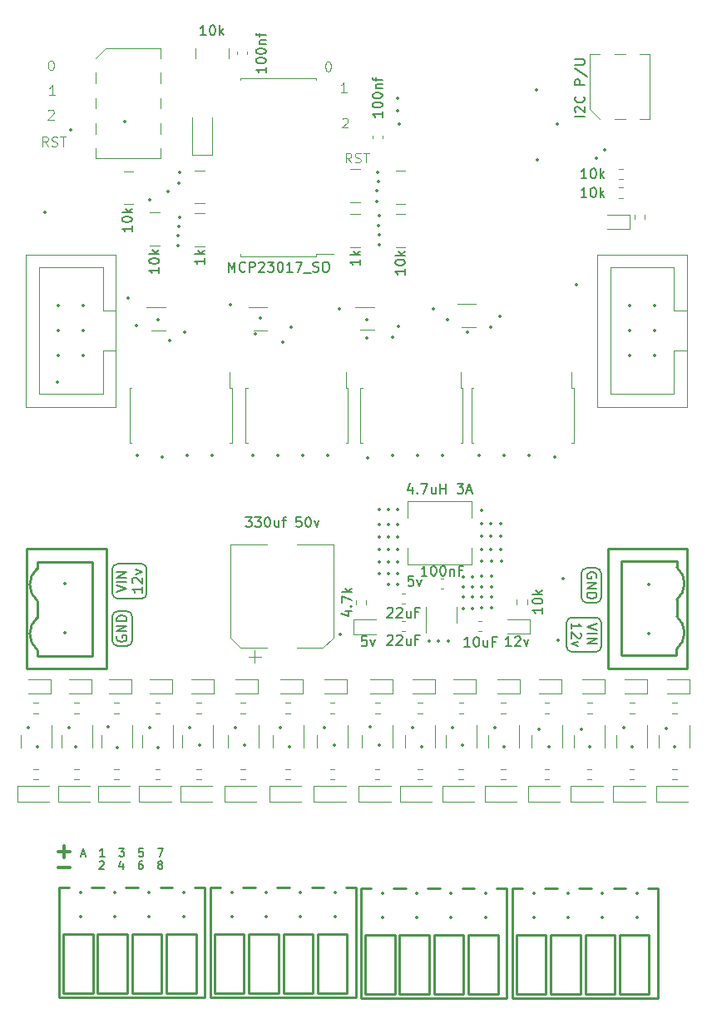
<source format=gbr>
%TF.GenerationSoftware,KiCad,Pcbnew,(6.0.9)*%
%TF.CreationDate,2023-11-09T17:58:51+05:30*%
%TF.ProjectId,Modular-I2C-4PxRJ45-Relay-Driver,4d6f6475-6c61-4722-9d49-32432d345078,2*%
%TF.SameCoordinates,Original*%
%TF.FileFunction,Legend,Top*%
%TF.FilePolarity,Positive*%
%FSLAX46Y46*%
G04 Gerber Fmt 4.6, Leading zero omitted, Abs format (unit mm)*
G04 Created by KiCad (PCBNEW (6.0.9)) date 2023-11-09 17:58:51*
%MOMM*%
%LPD*%
G01*
G04 APERTURE LIST*
%ADD10C,0.150000*%
%ADD11C,0.200000*%
%ADD12C,0.125000*%
%ADD13C,0.300000*%
%ADD14C,0.120000*%
%ADD15C,0.254000*%
%ADD16C,0.100000*%
%ADD17C,0.350000*%
G04 APERTURE END LIST*
D10*
X126244900Y-84379400D02*
G75*
G03*
X126744900Y-83879400I0J500000D01*
G01*
X170992047Y-84489153D02*
G75*
G03*
X171492047Y-84989153I499953J-47D01*
G01*
X128244900Y-76564400D02*
G75*
G03*
X127744900Y-76064400I-500000J0D01*
G01*
X174492047Y-81989153D02*
X174492047Y-84489153D01*
X173992047Y-79989153D02*
X172992047Y-79989153D01*
X127744900Y-79564400D02*
X125244900Y-79564400D01*
X125244900Y-80879400D02*
G75*
G03*
X124744900Y-81379400I0J-500000D01*
G01*
X125244900Y-76064400D02*
X127744900Y-76064400D01*
X126744900Y-81379400D02*
G75*
G03*
X126244900Y-80879400I-500000J0D01*
G01*
X174492047Y-81989153D02*
G75*
G03*
X173992047Y-81489153I-500047J-47D01*
G01*
X173992047Y-79989247D02*
G75*
G03*
X174492047Y-79489153I-47J500047D01*
G01*
X171492047Y-81489247D02*
G75*
G03*
X170992047Y-81989153I-47J-499953D01*
G01*
X172492047Y-79489153D02*
G75*
G03*
X172992047Y-79989153I499953J-47D01*
G01*
X170992047Y-84489153D02*
X170992047Y-81989153D01*
X126744900Y-81379400D02*
X126744900Y-83879400D01*
X172492047Y-79489153D02*
X172492047Y-76989153D01*
X124744900Y-79064400D02*
X124744900Y-76564400D01*
X125244900Y-80879400D02*
X126244900Y-80879400D01*
X173992047Y-84989247D02*
G75*
G03*
X174492047Y-84489153I-47J500047D01*
G01*
X127744900Y-79564400D02*
G75*
G03*
X128244900Y-79064400I0J500000D01*
G01*
X124744900Y-83879400D02*
G75*
G03*
X125244900Y-84379400I500000J0D01*
G01*
X172992047Y-76489247D02*
G75*
G03*
X172492047Y-76989153I-47J-499953D01*
G01*
X173992047Y-76489153D02*
X172992047Y-76489153D01*
X173992047Y-84989153D02*
X171492047Y-84989153D01*
X171492047Y-81489153D02*
X173992047Y-81489153D01*
X174492047Y-79489153D02*
X174492047Y-76989153D01*
X124744900Y-81379400D02*
X124744900Y-83879400D01*
X125244900Y-84379400D02*
X126244900Y-84379400D01*
X124744900Y-79064400D02*
G75*
G03*
X125244900Y-79564400I500000J0D01*
G01*
X128244900Y-76564400D02*
X128244900Y-79064400D01*
X174492047Y-76989153D02*
G75*
G03*
X173992047Y-76489153I-500047J-47D01*
G01*
X125244900Y-76064400D02*
G75*
G03*
X124744900Y-76564400I0J-500000D01*
G01*
D11*
X121577657Y-105559733D02*
X121958609Y-105559733D01*
X121501466Y-105788304D02*
X121768133Y-104988304D01*
X122034800Y-105788304D01*
X123939561Y-105788304D02*
X123482419Y-105788304D01*
X123710990Y-105788304D02*
X123710990Y-104988304D01*
X123634800Y-105102590D01*
X123558609Y-105178780D01*
X123482419Y-105216876D01*
X125425276Y-104988304D02*
X125920514Y-104988304D01*
X125653847Y-105293066D01*
X125768133Y-105293066D01*
X125844323Y-105331161D01*
X125882419Y-105369257D01*
X125920514Y-105445447D01*
X125920514Y-105635923D01*
X125882419Y-105712114D01*
X125844323Y-105750209D01*
X125768133Y-105788304D01*
X125539561Y-105788304D01*
X125463371Y-105750209D01*
X125425276Y-105712114D01*
X127863371Y-104988304D02*
X127482419Y-104988304D01*
X127444323Y-105369257D01*
X127482419Y-105331161D01*
X127558609Y-105293066D01*
X127749085Y-105293066D01*
X127825276Y-105331161D01*
X127863371Y-105369257D01*
X127901466Y-105445447D01*
X127901466Y-105635923D01*
X127863371Y-105712114D01*
X127825276Y-105750209D01*
X127749085Y-105788304D01*
X127558609Y-105788304D01*
X127482419Y-105750209D01*
X127444323Y-105712114D01*
X129387180Y-104988304D02*
X129920514Y-104988304D01*
X129577657Y-105788304D01*
X123444323Y-106352495D02*
X123482419Y-106314400D01*
X123558609Y-106276304D01*
X123749085Y-106276304D01*
X123825276Y-106314400D01*
X123863371Y-106352495D01*
X123901466Y-106428685D01*
X123901466Y-106504876D01*
X123863371Y-106619161D01*
X123406228Y-107076304D01*
X123901466Y-107076304D01*
X125806228Y-106542971D02*
X125806228Y-107076304D01*
X125615752Y-106238209D02*
X125425276Y-106809638D01*
X125920514Y-106809638D01*
X127787180Y-106276304D02*
X127634800Y-106276304D01*
X127558609Y-106314400D01*
X127520514Y-106352495D01*
X127444323Y-106466780D01*
X127406228Y-106619161D01*
X127406228Y-106923923D01*
X127444323Y-107000114D01*
X127482419Y-107038209D01*
X127558609Y-107076304D01*
X127710990Y-107076304D01*
X127787180Y-107038209D01*
X127825276Y-107000114D01*
X127863371Y-106923923D01*
X127863371Y-106733447D01*
X127825276Y-106657257D01*
X127787180Y-106619161D01*
X127710990Y-106581066D01*
X127558609Y-106581066D01*
X127482419Y-106619161D01*
X127444323Y-106657257D01*
X127406228Y-106733447D01*
X129539561Y-106619161D02*
X129463371Y-106581066D01*
X129425276Y-106542971D01*
X129387180Y-106466780D01*
X129387180Y-106428685D01*
X129425276Y-106352495D01*
X129463371Y-106314400D01*
X129539561Y-106276304D01*
X129691942Y-106276304D01*
X129768133Y-106314400D01*
X129806228Y-106352495D01*
X129844323Y-106428685D01*
X129844323Y-106466780D01*
X129806228Y-106542971D01*
X129768133Y-106581066D01*
X129691942Y-106619161D01*
X129539561Y-106619161D01*
X129463371Y-106657257D01*
X129425276Y-106695352D01*
X129387180Y-106771542D01*
X129387180Y-106923923D01*
X129425276Y-107000114D01*
X129463371Y-107038209D01*
X129539561Y-107076304D01*
X129691942Y-107076304D01*
X129768133Y-107038209D01*
X129806228Y-107000114D01*
X129844323Y-106923923D01*
X129844323Y-106771542D01*
X129806228Y-106695352D01*
X129768133Y-106657257D01*
X129691942Y-106619161D01*
D12*
X118197380Y-33599380D02*
X117864047Y-33123190D01*
X117625952Y-33599380D02*
X117625952Y-32599380D01*
X118006904Y-32599380D01*
X118102142Y-32647000D01*
X118149761Y-32694619D01*
X118197380Y-32789857D01*
X118197380Y-32932714D01*
X118149761Y-33027952D01*
X118102142Y-33075571D01*
X118006904Y-33123190D01*
X117625952Y-33123190D01*
X118578333Y-33551761D02*
X118721190Y-33599380D01*
X118959285Y-33599380D01*
X119054523Y-33551761D01*
X119102142Y-33504142D01*
X119149761Y-33408904D01*
X119149761Y-33313666D01*
X119102142Y-33218428D01*
X119054523Y-33170809D01*
X118959285Y-33123190D01*
X118768809Y-33075571D01*
X118673571Y-33027952D01*
X118625952Y-32980333D01*
X118578333Y-32885095D01*
X118578333Y-32789857D01*
X118625952Y-32694619D01*
X118673571Y-32647000D01*
X118768809Y-32599380D01*
X119006904Y-32599380D01*
X119149761Y-32647000D01*
X119435476Y-32599380D02*
X120006904Y-32599380D01*
X119721190Y-33599380D02*
X119721190Y-32599380D01*
X148151885Y-30789619D02*
X148199504Y-30742000D01*
X148294742Y-30694380D01*
X148532838Y-30694380D01*
X148628076Y-30742000D01*
X148675695Y-30789619D01*
X148723314Y-30884857D01*
X148723314Y-30980095D01*
X148675695Y-31122952D01*
X148104266Y-31694380D01*
X148723314Y-31694380D01*
X118903714Y-28355180D02*
X118332285Y-28355180D01*
X118618000Y-28355180D02*
X118618000Y-27355180D01*
X118522761Y-27498038D01*
X118427523Y-27593276D01*
X118332285Y-27640895D01*
D10*
X173992047Y-77477248D02*
X174039666Y-77382010D01*
X174039666Y-77239153D01*
X173992047Y-77096295D01*
X173896808Y-77001057D01*
X173801570Y-76953438D01*
X173611094Y-76905819D01*
X173468237Y-76905819D01*
X173277761Y-76953438D01*
X173182523Y-77001057D01*
X173087285Y-77096295D01*
X173039666Y-77239153D01*
X173039666Y-77334391D01*
X173087285Y-77477248D01*
X173134904Y-77524867D01*
X173468237Y-77524867D01*
X173468237Y-77334391D01*
X173039666Y-77953438D02*
X174039666Y-77953438D01*
X173039666Y-78524867D01*
X174039666Y-78524867D01*
X173039666Y-79001057D02*
X174039666Y-79001057D01*
X174039666Y-79239153D01*
X173992047Y-79382010D01*
X173896808Y-79477248D01*
X173801570Y-79524867D01*
X173611094Y-79572486D01*
X173468237Y-79572486D01*
X173277761Y-79524867D01*
X173182523Y-79477248D01*
X173087285Y-79382010D01*
X173039666Y-79239153D01*
X173039666Y-79001057D01*
X126741180Y-41692438D02*
X126741180Y-42263866D01*
X126741180Y-41978152D02*
X125741180Y-41978152D01*
X125884038Y-42073390D01*
X125979276Y-42168628D01*
X126026895Y-42263866D01*
X125741180Y-41073390D02*
X125741180Y-40978152D01*
X125788800Y-40882914D01*
X125836419Y-40835295D01*
X125931657Y-40787676D01*
X126122133Y-40740057D01*
X126360228Y-40740057D01*
X126550704Y-40787676D01*
X126645942Y-40835295D01*
X126693561Y-40882914D01*
X126741180Y-40978152D01*
X126741180Y-41073390D01*
X126693561Y-41168628D01*
X126645942Y-41216247D01*
X126550704Y-41263866D01*
X126360228Y-41311485D01*
X126122133Y-41311485D01*
X125931657Y-41263866D01*
X125836419Y-41216247D01*
X125788800Y-41168628D01*
X125741180Y-41073390D01*
X126741180Y-40311485D02*
X125741180Y-40311485D01*
X126360228Y-40216247D02*
X126741180Y-39930533D01*
X126074514Y-39930533D02*
X126455466Y-40311485D01*
X172816780Y-30539961D02*
X171816780Y-30539961D01*
X171912019Y-30111390D02*
X171864400Y-30063771D01*
X171816780Y-29968533D01*
X171816780Y-29730438D01*
X171864400Y-29635200D01*
X171912019Y-29587580D01*
X172007257Y-29539961D01*
X172102495Y-29539961D01*
X172245352Y-29587580D01*
X172816780Y-30159009D01*
X172816780Y-29539961D01*
X172721542Y-28539961D02*
X172769161Y-28587580D01*
X172816780Y-28730438D01*
X172816780Y-28825676D01*
X172769161Y-28968533D01*
X172673923Y-29063771D01*
X172578685Y-29111390D01*
X172388209Y-29159009D01*
X172245352Y-29159009D01*
X172054876Y-29111390D01*
X171959638Y-29063771D01*
X171864400Y-28968533D01*
X171816780Y-28825676D01*
X171816780Y-28730438D01*
X171864400Y-28587580D01*
X171912019Y-28539961D01*
X172816780Y-27349485D02*
X171816780Y-27349485D01*
X171816780Y-26968533D01*
X171864400Y-26873295D01*
X171912019Y-26825676D01*
X172007257Y-26778057D01*
X172150114Y-26778057D01*
X172245352Y-26825676D01*
X172292971Y-26873295D01*
X172340590Y-26968533D01*
X172340590Y-27349485D01*
X171769161Y-25635200D02*
X173054876Y-26492342D01*
X171816780Y-25301866D02*
X172626304Y-25301866D01*
X172721542Y-25254247D01*
X172769161Y-25206628D01*
X172816780Y-25111390D01*
X172816780Y-24920914D01*
X172769161Y-24825676D01*
X172721542Y-24778057D01*
X172626304Y-24730438D01*
X171816780Y-24730438D01*
X174094666Y-82143914D02*
X173094666Y-82477248D01*
X174094666Y-82810581D01*
X173094666Y-83143914D02*
X174094666Y-83143914D01*
X173094666Y-83620105D02*
X174094666Y-83620105D01*
X173094666Y-84191533D01*
X174094666Y-84191533D01*
X171484666Y-82667724D02*
X171484666Y-82096295D01*
X171484666Y-82382010D02*
X172484666Y-82382010D01*
X172341808Y-82286772D01*
X172246570Y-82191533D01*
X172198951Y-82096295D01*
X172389427Y-83048676D02*
X172437047Y-83096295D01*
X172484666Y-83191533D01*
X172484666Y-83429629D01*
X172437047Y-83524867D01*
X172389427Y-83572486D01*
X172294189Y-83620105D01*
X172198951Y-83620105D01*
X172056094Y-83572486D01*
X171484666Y-83001057D01*
X171484666Y-83620105D01*
X172151332Y-83953438D02*
X171484666Y-84191533D01*
X172151332Y-84429629D01*
X125142280Y-78909638D02*
X126142280Y-78576304D01*
X125142280Y-78242971D01*
X126142280Y-77909638D02*
X125142280Y-77909638D01*
X126142280Y-77433447D02*
X125142280Y-77433447D01*
X126142280Y-76862019D01*
X125142280Y-76862019D01*
X127752280Y-78385828D02*
X127752280Y-78957257D01*
X127752280Y-78671542D02*
X126752280Y-78671542D01*
X126895138Y-78766780D01*
X126990376Y-78862019D01*
X127037995Y-78957257D01*
X126847519Y-78004876D02*
X126799900Y-77957257D01*
X126752280Y-77862019D01*
X126752280Y-77623923D01*
X126799900Y-77528685D01*
X126847519Y-77481066D01*
X126942757Y-77433447D01*
X127037995Y-77433447D01*
X127180852Y-77481066D01*
X127752280Y-78052495D01*
X127752280Y-77433447D01*
X127085614Y-77100114D02*
X127752280Y-76862019D01*
X127085614Y-76623923D01*
D12*
X146660730Y-24955180D02*
X146755969Y-24955180D01*
X146851207Y-25002800D01*
X146898826Y-25050419D01*
X146946445Y-25145657D01*
X146994064Y-25336133D01*
X146994064Y-25574228D01*
X146946445Y-25764704D01*
X146898826Y-25859942D01*
X146851207Y-25907561D01*
X146755969Y-25955180D01*
X146660730Y-25955180D01*
X146565492Y-25907561D01*
X146517873Y-25859942D01*
X146470254Y-25764704D01*
X146422635Y-25574228D01*
X146422635Y-25336133D01*
X146470254Y-25145657D01*
X146517873Y-25050419D01*
X146565492Y-25002800D01*
X146660730Y-24955180D01*
X118205285Y-29950419D02*
X118252904Y-29902800D01*
X118348142Y-29855180D01*
X118586238Y-29855180D01*
X118681476Y-29902800D01*
X118729095Y-29950419D01*
X118776714Y-30045657D01*
X118776714Y-30140895D01*
X118729095Y-30283752D01*
X118157666Y-30855180D01*
X118776714Y-30855180D01*
X148570914Y-28087580D02*
X147999485Y-28087580D01*
X148285200Y-28087580D02*
X148285200Y-27087580D01*
X148189961Y-27230438D01*
X148094723Y-27325676D01*
X147999485Y-27373295D01*
D10*
X125244900Y-83391304D02*
X125197280Y-83486542D01*
X125197280Y-83629400D01*
X125244900Y-83772257D01*
X125340138Y-83867495D01*
X125435376Y-83915114D01*
X125625852Y-83962733D01*
X125768709Y-83962733D01*
X125959185Y-83915114D01*
X126054423Y-83867495D01*
X126149661Y-83772257D01*
X126197280Y-83629400D01*
X126197280Y-83534161D01*
X126149661Y-83391304D01*
X126102042Y-83343685D01*
X125768709Y-83343685D01*
X125768709Y-83534161D01*
X126197280Y-82915114D02*
X125197280Y-82915114D01*
X126197280Y-82343685D01*
X125197280Y-82343685D01*
X126197280Y-81867495D02*
X125197280Y-81867495D01*
X125197280Y-81629400D01*
X125244900Y-81486542D01*
X125340138Y-81391304D01*
X125435376Y-81343685D01*
X125625852Y-81296066D01*
X125768709Y-81296066D01*
X125959185Y-81343685D01*
X126054423Y-81391304D01*
X126149661Y-81486542D01*
X126197280Y-81629400D01*
X126197280Y-81867495D01*
D12*
X149058380Y-35250380D02*
X148725047Y-34774190D01*
X148486952Y-35250380D02*
X148486952Y-34250380D01*
X148867904Y-34250380D01*
X148963142Y-34298000D01*
X149010761Y-34345619D01*
X149058380Y-34440857D01*
X149058380Y-34583714D01*
X149010761Y-34678952D01*
X148963142Y-34726571D01*
X148867904Y-34774190D01*
X148486952Y-34774190D01*
X149439333Y-35202761D02*
X149582190Y-35250380D01*
X149820285Y-35250380D01*
X149915523Y-35202761D01*
X149963142Y-35155142D01*
X150010761Y-35059904D01*
X150010761Y-34964666D01*
X149963142Y-34869428D01*
X149915523Y-34821809D01*
X149820285Y-34774190D01*
X149629809Y-34726571D01*
X149534571Y-34678952D01*
X149486952Y-34631333D01*
X149439333Y-34536095D01*
X149439333Y-34440857D01*
X149486952Y-34345619D01*
X149534571Y-34298000D01*
X149629809Y-34250380D01*
X149867904Y-34250380D01*
X150010761Y-34298000D01*
X150296476Y-34250380D02*
X150867904Y-34250380D01*
X150582190Y-35250380D02*
X150582190Y-34250380D01*
D13*
X119265771Y-105313942D02*
X120408628Y-105313942D01*
X119837200Y-105885371D02*
X119837200Y-104742514D01*
X119265771Y-106888742D02*
X120408628Y-106888742D01*
D12*
X118443380Y-24855180D02*
X118538619Y-24855180D01*
X118633857Y-24902800D01*
X118681476Y-24950419D01*
X118729095Y-25045657D01*
X118776714Y-25236133D01*
X118776714Y-25474228D01*
X118729095Y-25664704D01*
X118681476Y-25759942D01*
X118633857Y-25807561D01*
X118538619Y-25855180D01*
X118443380Y-25855180D01*
X118348142Y-25807561D01*
X118300523Y-25759942D01*
X118252904Y-25664704D01*
X118205285Y-25474228D01*
X118205285Y-25236133D01*
X118252904Y-25045657D01*
X118300523Y-24950419D01*
X118348142Y-24902800D01*
X118443380Y-24855180D01*
D10*
%TO.C,D3*%
X165341371Y-84424780D02*
X164769942Y-84424780D01*
X165055657Y-84424780D02*
X165055657Y-83424780D01*
X164960419Y-83567638D01*
X164865180Y-83662876D01*
X164769942Y-83710495D01*
X165722323Y-83520019D02*
X165769942Y-83472400D01*
X165865180Y-83424780D01*
X166103276Y-83424780D01*
X166198514Y-83472400D01*
X166246133Y-83520019D01*
X166293752Y-83615257D01*
X166293752Y-83710495D01*
X166246133Y-83853352D01*
X165674704Y-84424780D01*
X166293752Y-84424780D01*
X166627085Y-83758114D02*
X166865180Y-84424780D01*
X167103276Y-83758114D01*
%TO.C,RN9*%
X129484380Y-45908838D02*
X129484380Y-46480266D01*
X129484380Y-46194552D02*
X128484380Y-46194552D01*
X128627238Y-46289790D01*
X128722476Y-46385028D01*
X128770095Y-46480266D01*
X128484380Y-45289790D02*
X128484380Y-45194552D01*
X128532000Y-45099314D01*
X128579619Y-45051695D01*
X128674857Y-45004076D01*
X128865333Y-44956457D01*
X129103428Y-44956457D01*
X129293904Y-45004076D01*
X129389142Y-45051695D01*
X129436761Y-45099314D01*
X129484380Y-45194552D01*
X129484380Y-45289790D01*
X129436761Y-45385028D01*
X129389142Y-45432647D01*
X129293904Y-45480266D01*
X129103428Y-45527885D01*
X128865333Y-45527885D01*
X128674857Y-45480266D01*
X128579619Y-45432647D01*
X128532000Y-45385028D01*
X128484380Y-45289790D01*
X129484380Y-44527885D02*
X128484380Y-44527885D01*
X129103428Y-44432647D02*
X129484380Y-44146933D01*
X128817714Y-44146933D02*
X129198666Y-44527885D01*
%TO.C,R5*%
X168522180Y-80503638D02*
X168522180Y-81075066D01*
X168522180Y-80789352D02*
X167522180Y-80789352D01*
X167665038Y-80884590D01*
X167760276Y-80979828D01*
X167807895Y-81075066D01*
X167522180Y-79884590D02*
X167522180Y-79789352D01*
X167569800Y-79694114D01*
X167617419Y-79646495D01*
X167712657Y-79598876D01*
X167903133Y-79551257D01*
X168141228Y-79551257D01*
X168331704Y-79598876D01*
X168426942Y-79646495D01*
X168474561Y-79694114D01*
X168522180Y-79789352D01*
X168522180Y-79884590D01*
X168474561Y-79979828D01*
X168426942Y-80027447D01*
X168331704Y-80075066D01*
X168141228Y-80122685D01*
X167903133Y-80122685D01*
X167712657Y-80075066D01*
X167617419Y-80027447D01*
X167569800Y-79979828D01*
X167522180Y-79884590D01*
X168522180Y-79122685D02*
X167522180Y-79122685D01*
X168141228Y-79027447D02*
X168522180Y-78741733D01*
X167855514Y-78741733D02*
X168236466Y-79122685D01*
%TO.C,D2*%
X150631542Y-83424780D02*
X150155352Y-83424780D01*
X150107733Y-83900971D01*
X150155352Y-83853352D01*
X150250590Y-83805733D01*
X150488685Y-83805733D01*
X150583923Y-83853352D01*
X150631542Y-83900971D01*
X150679161Y-83996209D01*
X150679161Y-84234304D01*
X150631542Y-84329542D01*
X150583923Y-84377161D01*
X150488685Y-84424780D01*
X150250590Y-84424780D01*
X150155352Y-84377161D01*
X150107733Y-84329542D01*
X151012495Y-83758114D02*
X151250590Y-84424780D01*
X151488685Y-83758114D01*
%TO.C,C1*%
X140374380Y-25527561D02*
X140374380Y-26098990D01*
X140374380Y-25813276D02*
X139374380Y-25813276D01*
X139517238Y-25908514D01*
X139612476Y-26003752D01*
X139660095Y-26098990D01*
X139374380Y-24908514D02*
X139374380Y-24813276D01*
X139422000Y-24718038D01*
X139469619Y-24670419D01*
X139564857Y-24622800D01*
X139755333Y-24575180D01*
X139993428Y-24575180D01*
X140183904Y-24622800D01*
X140279142Y-24670419D01*
X140326761Y-24718038D01*
X140374380Y-24813276D01*
X140374380Y-24908514D01*
X140326761Y-25003752D01*
X140279142Y-25051371D01*
X140183904Y-25098990D01*
X139993428Y-25146609D01*
X139755333Y-25146609D01*
X139564857Y-25098990D01*
X139469619Y-25051371D01*
X139422000Y-25003752D01*
X139374380Y-24908514D01*
X139374380Y-23956133D02*
X139374380Y-23860895D01*
X139422000Y-23765657D01*
X139469619Y-23718038D01*
X139564857Y-23670419D01*
X139755333Y-23622800D01*
X139993428Y-23622800D01*
X140183904Y-23670419D01*
X140279142Y-23718038D01*
X140326761Y-23765657D01*
X140374380Y-23860895D01*
X140374380Y-23956133D01*
X140326761Y-24051371D01*
X140279142Y-24098990D01*
X140183904Y-24146609D01*
X139993428Y-24194228D01*
X139755333Y-24194228D01*
X139564857Y-24146609D01*
X139469619Y-24098990D01*
X139422000Y-24051371D01*
X139374380Y-23956133D01*
X139707714Y-23194228D02*
X140374380Y-23194228D01*
X139802952Y-23194228D02*
X139755333Y-23146609D01*
X139707714Y-23051371D01*
X139707714Y-22908514D01*
X139755333Y-22813276D01*
X139850571Y-22765657D01*
X140374380Y-22765657D01*
X139707714Y-22432323D02*
X139707714Y-22051371D01*
X140374380Y-22289466D02*
X139517238Y-22289466D01*
X139422000Y-22241847D01*
X139374380Y-22146609D01*
X139374380Y-22051371D01*
%TO.C,RN1*%
X134278761Y-22282380D02*
X133707333Y-22282380D01*
X133993047Y-22282380D02*
X133993047Y-21282380D01*
X133897809Y-21425238D01*
X133802571Y-21520476D01*
X133707333Y-21568095D01*
X134897809Y-21282380D02*
X134993047Y-21282380D01*
X135088285Y-21330000D01*
X135135904Y-21377619D01*
X135183523Y-21472857D01*
X135231142Y-21663333D01*
X135231142Y-21901428D01*
X135183523Y-22091904D01*
X135135904Y-22187142D01*
X135088285Y-22234761D01*
X134993047Y-22282380D01*
X134897809Y-22282380D01*
X134802571Y-22234761D01*
X134754952Y-22187142D01*
X134707333Y-22091904D01*
X134659714Y-21901428D01*
X134659714Y-21663333D01*
X134707333Y-21472857D01*
X134754952Y-21377619D01*
X134802571Y-21330000D01*
X134897809Y-21282380D01*
X135659714Y-22282380D02*
X135659714Y-21282380D01*
X135754952Y-21901428D02*
X136040666Y-22282380D01*
X136040666Y-21615714D02*
X135659714Y-21996666D01*
%TO.C,C9*%
X161132971Y-84475580D02*
X160561542Y-84475580D01*
X160847257Y-84475580D02*
X160847257Y-83475580D01*
X160752019Y-83618438D01*
X160656780Y-83713676D01*
X160561542Y-83761295D01*
X161752019Y-83475580D02*
X161847257Y-83475580D01*
X161942495Y-83523200D01*
X161990114Y-83570819D01*
X162037733Y-83666057D01*
X162085352Y-83856533D01*
X162085352Y-84094628D01*
X162037733Y-84285104D01*
X161990114Y-84380342D01*
X161942495Y-84427961D01*
X161847257Y-84475580D01*
X161752019Y-84475580D01*
X161656780Y-84427961D01*
X161609161Y-84380342D01*
X161561542Y-84285104D01*
X161513923Y-84094628D01*
X161513923Y-83856533D01*
X161561542Y-83666057D01*
X161609161Y-83570819D01*
X161656780Y-83523200D01*
X161752019Y-83475580D01*
X162942495Y-83808914D02*
X162942495Y-84475580D01*
X162513923Y-83808914D02*
X162513923Y-84332723D01*
X162561542Y-84427961D01*
X162656780Y-84475580D01*
X162799638Y-84475580D01*
X162894876Y-84427961D01*
X162942495Y-84380342D01*
X163752019Y-83951771D02*
X163418685Y-83951771D01*
X163418685Y-84475580D02*
X163418685Y-83475580D01*
X163894876Y-83475580D01*
%TO.C,R4*%
X173028111Y-36848680D02*
X172456683Y-36848680D01*
X172742397Y-36848680D02*
X172742397Y-35848680D01*
X172647159Y-35991538D01*
X172551921Y-36086776D01*
X172456683Y-36134395D01*
X173647159Y-35848680D02*
X173742397Y-35848680D01*
X173837635Y-35896300D01*
X173885254Y-35943919D01*
X173932873Y-36039157D01*
X173980492Y-36229633D01*
X173980492Y-36467728D01*
X173932873Y-36658204D01*
X173885254Y-36753442D01*
X173837635Y-36801061D01*
X173742397Y-36848680D01*
X173647159Y-36848680D01*
X173551921Y-36801061D01*
X173504302Y-36753442D01*
X173456683Y-36658204D01*
X173409064Y-36467728D01*
X173409064Y-36229633D01*
X173456683Y-36039157D01*
X173504302Y-35943919D01*
X173551921Y-35896300D01*
X173647159Y-35848680D01*
X174409064Y-36848680D02*
X174409064Y-35848680D01*
X174504302Y-36467728D02*
X174790016Y-36848680D01*
X174790016Y-36182014D02*
X174409064Y-36562966D01*
%TO.C,U2*%
X155368342Y-77290380D02*
X154892152Y-77290380D01*
X154844533Y-77766571D01*
X154892152Y-77718952D01*
X154987390Y-77671333D01*
X155225485Y-77671333D01*
X155320723Y-77718952D01*
X155368342Y-77766571D01*
X155415961Y-77861809D01*
X155415961Y-78099904D01*
X155368342Y-78195142D01*
X155320723Y-78242761D01*
X155225485Y-78290380D01*
X154987390Y-78290380D01*
X154892152Y-78242761D01*
X154844533Y-78195142D01*
X155749295Y-77623714D02*
X155987390Y-78290380D01*
X156225485Y-77623714D01*
%TO.C,C7*%
X152738342Y-80593619D02*
X152785961Y-80546000D01*
X152881200Y-80498380D01*
X153119295Y-80498380D01*
X153214533Y-80546000D01*
X153262152Y-80593619D01*
X153309771Y-80688857D01*
X153309771Y-80784095D01*
X153262152Y-80926952D01*
X152690723Y-81498380D01*
X153309771Y-81498380D01*
X153690723Y-80593619D02*
X153738342Y-80546000D01*
X153833580Y-80498380D01*
X154071676Y-80498380D01*
X154166914Y-80546000D01*
X154214533Y-80593619D01*
X154262152Y-80688857D01*
X154262152Y-80784095D01*
X154214533Y-80926952D01*
X153643104Y-81498380D01*
X154262152Y-81498380D01*
X155119295Y-80831714D02*
X155119295Y-81498380D01*
X154690723Y-80831714D02*
X154690723Y-81355523D01*
X154738342Y-81450761D01*
X154833580Y-81498380D01*
X154976438Y-81498380D01*
X155071676Y-81450761D01*
X155119295Y-81403142D01*
X155928819Y-80974571D02*
X155595485Y-80974571D01*
X155595485Y-81498380D02*
X155595485Y-80498380D01*
X156071676Y-80498380D01*
%TO.C,C8*%
X152725342Y-83387619D02*
X152772961Y-83340000D01*
X152868200Y-83292380D01*
X153106295Y-83292380D01*
X153201533Y-83340000D01*
X153249152Y-83387619D01*
X153296771Y-83482857D01*
X153296771Y-83578095D01*
X153249152Y-83720952D01*
X152677723Y-84292380D01*
X153296771Y-84292380D01*
X153677723Y-83387619D02*
X153725342Y-83340000D01*
X153820580Y-83292380D01*
X154058676Y-83292380D01*
X154153914Y-83340000D01*
X154201533Y-83387619D01*
X154249152Y-83482857D01*
X154249152Y-83578095D01*
X154201533Y-83720952D01*
X153630104Y-84292380D01*
X154249152Y-84292380D01*
X155106295Y-83625714D02*
X155106295Y-84292380D01*
X154677723Y-83625714D02*
X154677723Y-84149523D01*
X154725342Y-84244761D01*
X154820580Y-84292380D01*
X154963438Y-84292380D01*
X155058676Y-84244761D01*
X155106295Y-84197142D01*
X155915819Y-83768571D02*
X155582485Y-83768571D01*
X155582485Y-84292380D02*
X155582485Y-83292380D01*
X156058676Y-83292380D01*
%TO.C,L1*%
X155265485Y-68220714D02*
X155265485Y-68887380D01*
X155027390Y-67839761D02*
X154789295Y-68554047D01*
X155408342Y-68554047D01*
X155789295Y-68792142D02*
X155836914Y-68839761D01*
X155789295Y-68887380D01*
X155741676Y-68839761D01*
X155789295Y-68792142D01*
X155789295Y-68887380D01*
X156170247Y-67887380D02*
X156836914Y-67887380D01*
X156408342Y-68887380D01*
X157646438Y-68220714D02*
X157646438Y-68887380D01*
X157217866Y-68220714D02*
X157217866Y-68744523D01*
X157265485Y-68839761D01*
X157360723Y-68887380D01*
X157503580Y-68887380D01*
X157598819Y-68839761D01*
X157646438Y-68792142D01*
X158122628Y-68887380D02*
X158122628Y-67887380D01*
X158122628Y-68363571D02*
X158694057Y-68363571D01*
X158694057Y-68887380D02*
X158694057Y-67887380D01*
X159836914Y-67887380D02*
X160455961Y-67887380D01*
X160122628Y-68268333D01*
X160265485Y-68268333D01*
X160360723Y-68315952D01*
X160408342Y-68363571D01*
X160455961Y-68458809D01*
X160455961Y-68696904D01*
X160408342Y-68792142D01*
X160360723Y-68839761D01*
X160265485Y-68887380D01*
X159979771Y-68887380D01*
X159884533Y-68839761D01*
X159836914Y-68792142D01*
X160836914Y-68601666D02*
X161313104Y-68601666D01*
X160741676Y-68887380D02*
X161075009Y-67887380D01*
X161408342Y-68887380D01*
%TO.C,C5*%
X138297904Y-71301980D02*
X138916952Y-71301980D01*
X138583619Y-71682933D01*
X138726476Y-71682933D01*
X138821714Y-71730552D01*
X138869333Y-71778171D01*
X138916952Y-71873409D01*
X138916952Y-72111504D01*
X138869333Y-72206742D01*
X138821714Y-72254361D01*
X138726476Y-72301980D01*
X138440761Y-72301980D01*
X138345523Y-72254361D01*
X138297904Y-72206742D01*
X139250285Y-71301980D02*
X139869333Y-71301980D01*
X139536000Y-71682933D01*
X139678857Y-71682933D01*
X139774095Y-71730552D01*
X139821714Y-71778171D01*
X139869333Y-71873409D01*
X139869333Y-72111504D01*
X139821714Y-72206742D01*
X139774095Y-72254361D01*
X139678857Y-72301980D01*
X139393142Y-72301980D01*
X139297904Y-72254361D01*
X139250285Y-72206742D01*
X140488380Y-71301980D02*
X140583619Y-71301980D01*
X140678857Y-71349600D01*
X140726476Y-71397219D01*
X140774095Y-71492457D01*
X140821714Y-71682933D01*
X140821714Y-71921028D01*
X140774095Y-72111504D01*
X140726476Y-72206742D01*
X140678857Y-72254361D01*
X140583619Y-72301980D01*
X140488380Y-72301980D01*
X140393142Y-72254361D01*
X140345523Y-72206742D01*
X140297904Y-72111504D01*
X140250285Y-71921028D01*
X140250285Y-71682933D01*
X140297904Y-71492457D01*
X140345523Y-71397219D01*
X140393142Y-71349600D01*
X140488380Y-71301980D01*
X141678857Y-71635314D02*
X141678857Y-72301980D01*
X141250285Y-71635314D02*
X141250285Y-72159123D01*
X141297904Y-72254361D01*
X141393142Y-72301980D01*
X141536000Y-72301980D01*
X141631238Y-72254361D01*
X141678857Y-72206742D01*
X142012190Y-71635314D02*
X142393142Y-71635314D01*
X142155047Y-72301980D02*
X142155047Y-71444838D01*
X142202666Y-71349600D01*
X142297904Y-71301980D01*
X142393142Y-71301980D01*
X143964571Y-71301980D02*
X143488380Y-71301980D01*
X143440761Y-71778171D01*
X143488380Y-71730552D01*
X143583619Y-71682933D01*
X143821714Y-71682933D01*
X143916952Y-71730552D01*
X143964571Y-71778171D01*
X144012190Y-71873409D01*
X144012190Y-72111504D01*
X143964571Y-72206742D01*
X143916952Y-72254361D01*
X143821714Y-72301980D01*
X143583619Y-72301980D01*
X143488380Y-72254361D01*
X143440761Y-72206742D01*
X144631238Y-71301980D02*
X144726476Y-71301980D01*
X144821714Y-71349600D01*
X144869333Y-71397219D01*
X144916952Y-71492457D01*
X144964571Y-71682933D01*
X144964571Y-71921028D01*
X144916952Y-72111504D01*
X144869333Y-72206742D01*
X144821714Y-72254361D01*
X144726476Y-72301980D01*
X144631238Y-72301980D01*
X144536000Y-72254361D01*
X144488380Y-72206742D01*
X144440761Y-72111504D01*
X144393142Y-71921028D01*
X144393142Y-71682933D01*
X144440761Y-71492457D01*
X144488380Y-71397219D01*
X144536000Y-71349600D01*
X144631238Y-71301980D01*
X145297904Y-71635314D02*
X145536000Y-72301980D01*
X145774095Y-71635314D01*
%TO.C,R3*%
X173028111Y-38753680D02*
X172456683Y-38753680D01*
X172742397Y-38753680D02*
X172742397Y-37753680D01*
X172647159Y-37896538D01*
X172551921Y-37991776D01*
X172456683Y-38039395D01*
X173647159Y-37753680D02*
X173742397Y-37753680D01*
X173837635Y-37801300D01*
X173885254Y-37848919D01*
X173932873Y-37944157D01*
X173980492Y-38134633D01*
X173980492Y-38372728D01*
X173932873Y-38563204D01*
X173885254Y-38658442D01*
X173837635Y-38706061D01*
X173742397Y-38753680D01*
X173647159Y-38753680D01*
X173551921Y-38706061D01*
X173504302Y-38658442D01*
X173456683Y-38563204D01*
X173409064Y-38372728D01*
X173409064Y-38134633D01*
X173456683Y-37944157D01*
X173504302Y-37848919D01*
X173551921Y-37801300D01*
X173647159Y-37753680D01*
X174409064Y-38753680D02*
X174409064Y-37753680D01*
X174504302Y-38372728D02*
X174790016Y-38753680D01*
X174790016Y-38087014D02*
X174409064Y-38467966D01*
%TO.C,U1*%
X136554761Y-46353380D02*
X136554761Y-45353380D01*
X136888095Y-46067666D01*
X137221428Y-45353380D01*
X137221428Y-46353380D01*
X138269047Y-46258142D02*
X138221428Y-46305761D01*
X138078571Y-46353380D01*
X137983333Y-46353380D01*
X137840476Y-46305761D01*
X137745238Y-46210523D01*
X137697619Y-46115285D01*
X137650000Y-45924809D01*
X137650000Y-45781952D01*
X137697619Y-45591476D01*
X137745238Y-45496238D01*
X137840476Y-45401000D01*
X137983333Y-45353380D01*
X138078571Y-45353380D01*
X138221428Y-45401000D01*
X138269047Y-45448619D01*
X138697619Y-46353380D02*
X138697619Y-45353380D01*
X139078571Y-45353380D01*
X139173809Y-45401000D01*
X139221428Y-45448619D01*
X139269047Y-45543857D01*
X139269047Y-45686714D01*
X139221428Y-45781952D01*
X139173809Y-45829571D01*
X139078571Y-45877190D01*
X138697619Y-45877190D01*
X139650000Y-45448619D02*
X139697619Y-45401000D01*
X139792857Y-45353380D01*
X140030952Y-45353380D01*
X140126190Y-45401000D01*
X140173809Y-45448619D01*
X140221428Y-45543857D01*
X140221428Y-45639095D01*
X140173809Y-45781952D01*
X139602380Y-46353380D01*
X140221428Y-46353380D01*
X140554761Y-45353380D02*
X141173809Y-45353380D01*
X140840476Y-45734333D01*
X140983333Y-45734333D01*
X141078571Y-45781952D01*
X141126190Y-45829571D01*
X141173809Y-45924809D01*
X141173809Y-46162904D01*
X141126190Y-46258142D01*
X141078571Y-46305761D01*
X140983333Y-46353380D01*
X140697619Y-46353380D01*
X140602380Y-46305761D01*
X140554761Y-46258142D01*
X141792857Y-45353380D02*
X141888095Y-45353380D01*
X141983333Y-45401000D01*
X142030952Y-45448619D01*
X142078571Y-45543857D01*
X142126190Y-45734333D01*
X142126190Y-45972428D01*
X142078571Y-46162904D01*
X142030952Y-46258142D01*
X141983333Y-46305761D01*
X141888095Y-46353380D01*
X141792857Y-46353380D01*
X141697619Y-46305761D01*
X141650000Y-46258142D01*
X141602380Y-46162904D01*
X141554761Y-45972428D01*
X141554761Y-45734333D01*
X141602380Y-45543857D01*
X141650000Y-45448619D01*
X141697619Y-45401000D01*
X141792857Y-45353380D01*
X143078571Y-46353380D02*
X142507142Y-46353380D01*
X142792857Y-46353380D02*
X142792857Y-45353380D01*
X142697619Y-45496238D01*
X142602380Y-45591476D01*
X142507142Y-45639095D01*
X143411904Y-45353380D02*
X144078571Y-45353380D01*
X143650000Y-46353380D01*
X144221428Y-46448619D02*
X144983333Y-46448619D01*
X145173809Y-46305761D02*
X145316666Y-46353380D01*
X145554761Y-46353380D01*
X145650000Y-46305761D01*
X145697619Y-46258142D01*
X145745238Y-46162904D01*
X145745238Y-46067666D01*
X145697619Y-45972428D01*
X145650000Y-45924809D01*
X145554761Y-45877190D01*
X145364285Y-45829571D01*
X145269047Y-45781952D01*
X145221428Y-45734333D01*
X145173809Y-45639095D01*
X145173809Y-45543857D01*
X145221428Y-45448619D01*
X145269047Y-45401000D01*
X145364285Y-45353380D01*
X145602380Y-45353380D01*
X145745238Y-45401000D01*
X146364285Y-45353380D02*
X146554761Y-45353380D01*
X146650000Y-45401000D01*
X146745238Y-45496238D01*
X146792857Y-45686714D01*
X146792857Y-46020047D01*
X146745238Y-46210523D01*
X146650000Y-46305761D01*
X146554761Y-46353380D01*
X146364285Y-46353380D01*
X146269047Y-46305761D01*
X146173809Y-46210523D01*
X146126190Y-46020047D01*
X146126190Y-45686714D01*
X146173809Y-45496238D01*
X146269047Y-45401000D01*
X146364285Y-45353380D01*
%TO.C,RN3*%
X154528780Y-46059238D02*
X154528780Y-46630666D01*
X154528780Y-46344952D02*
X153528780Y-46344952D01*
X153671638Y-46440190D01*
X153766876Y-46535428D01*
X153814495Y-46630666D01*
X153528780Y-45440190D02*
X153528780Y-45344952D01*
X153576400Y-45249714D01*
X153624019Y-45202095D01*
X153719257Y-45154476D01*
X153909733Y-45106857D01*
X154147828Y-45106857D01*
X154338304Y-45154476D01*
X154433542Y-45202095D01*
X154481161Y-45249714D01*
X154528780Y-45344952D01*
X154528780Y-45440190D01*
X154481161Y-45535428D01*
X154433542Y-45583047D01*
X154338304Y-45630666D01*
X154147828Y-45678285D01*
X153909733Y-45678285D01*
X153719257Y-45630666D01*
X153624019Y-45583047D01*
X153576400Y-45535428D01*
X153528780Y-45440190D01*
X154528780Y-44678285D02*
X153528780Y-44678285D01*
X154147828Y-44583047D02*
X154528780Y-44297333D01*
X153862114Y-44297333D02*
X154243066Y-44678285D01*
%TO.C,RN11*%
X149931380Y-45083035D02*
X149931380Y-45654464D01*
X149931380Y-45368749D02*
X148931380Y-45368749D01*
X149074238Y-45463988D01*
X149169476Y-45559226D01*
X149217095Y-45654464D01*
X149931380Y-44654464D02*
X148931380Y-44654464D01*
X149550428Y-44559226D02*
X149931380Y-44273511D01*
X149264714Y-44273511D02*
X149645666Y-44654464D01*
%TO.C,RN12*%
X134107180Y-44981447D02*
X134107180Y-45552876D01*
X134107180Y-45267161D02*
X133107180Y-45267161D01*
X133250038Y-45362400D01*
X133345276Y-45457638D01*
X133392895Y-45552876D01*
X134107180Y-44552876D02*
X133107180Y-44552876D01*
X133726228Y-44457638D02*
X134107180Y-44171923D01*
X133440514Y-44171923D02*
X133821466Y-44552876D01*
%TO.C,C6*%
X156770580Y-77261980D02*
X156199152Y-77261980D01*
X156484866Y-77261980D02*
X156484866Y-76261980D01*
X156389628Y-76404838D01*
X156294390Y-76500076D01*
X156199152Y-76547695D01*
X157389628Y-76261980D02*
X157484866Y-76261980D01*
X157580104Y-76309600D01*
X157627723Y-76357219D01*
X157675342Y-76452457D01*
X157722961Y-76642933D01*
X157722961Y-76881028D01*
X157675342Y-77071504D01*
X157627723Y-77166742D01*
X157580104Y-77214361D01*
X157484866Y-77261980D01*
X157389628Y-77261980D01*
X157294390Y-77214361D01*
X157246771Y-77166742D01*
X157199152Y-77071504D01*
X157151533Y-76881028D01*
X157151533Y-76642933D01*
X157199152Y-76452457D01*
X157246771Y-76357219D01*
X157294390Y-76309600D01*
X157389628Y-76261980D01*
X158342009Y-76261980D02*
X158437247Y-76261980D01*
X158532485Y-76309600D01*
X158580104Y-76357219D01*
X158627723Y-76452457D01*
X158675342Y-76642933D01*
X158675342Y-76881028D01*
X158627723Y-77071504D01*
X158580104Y-77166742D01*
X158532485Y-77214361D01*
X158437247Y-77261980D01*
X158342009Y-77261980D01*
X158246771Y-77214361D01*
X158199152Y-77166742D01*
X158151533Y-77071504D01*
X158103914Y-76881028D01*
X158103914Y-76642933D01*
X158151533Y-76452457D01*
X158199152Y-76357219D01*
X158246771Y-76309600D01*
X158342009Y-76261980D01*
X159103914Y-76595314D02*
X159103914Y-77261980D01*
X159103914Y-76690552D02*
X159151533Y-76642933D01*
X159246771Y-76595314D01*
X159389628Y-76595314D01*
X159484866Y-76642933D01*
X159532485Y-76738171D01*
X159532485Y-77261980D01*
X160342009Y-76738171D02*
X160008676Y-76738171D01*
X160008676Y-77261980D02*
X160008676Y-76261980D01*
X160484866Y-76261980D01*
%TO.C,C3*%
X152217380Y-30043761D02*
X152217380Y-30615190D01*
X152217380Y-30329476D02*
X151217380Y-30329476D01*
X151360238Y-30424714D01*
X151455476Y-30519952D01*
X151503095Y-30615190D01*
X151217380Y-29424714D02*
X151217380Y-29329476D01*
X151265000Y-29234238D01*
X151312619Y-29186619D01*
X151407857Y-29139000D01*
X151598333Y-29091380D01*
X151836428Y-29091380D01*
X152026904Y-29139000D01*
X152122142Y-29186619D01*
X152169761Y-29234238D01*
X152217380Y-29329476D01*
X152217380Y-29424714D01*
X152169761Y-29519952D01*
X152122142Y-29567571D01*
X152026904Y-29615190D01*
X151836428Y-29662809D01*
X151598333Y-29662809D01*
X151407857Y-29615190D01*
X151312619Y-29567571D01*
X151265000Y-29519952D01*
X151217380Y-29424714D01*
X151217380Y-28472333D02*
X151217380Y-28377095D01*
X151265000Y-28281857D01*
X151312619Y-28234238D01*
X151407857Y-28186619D01*
X151598333Y-28139000D01*
X151836428Y-28139000D01*
X152026904Y-28186619D01*
X152122142Y-28234238D01*
X152169761Y-28281857D01*
X152217380Y-28377095D01*
X152217380Y-28472333D01*
X152169761Y-28567571D01*
X152122142Y-28615190D01*
X152026904Y-28662809D01*
X151836428Y-28710428D01*
X151598333Y-28710428D01*
X151407857Y-28662809D01*
X151312619Y-28615190D01*
X151265000Y-28567571D01*
X151217380Y-28472333D01*
X151550714Y-27710428D02*
X152217380Y-27710428D01*
X151645952Y-27710428D02*
X151598333Y-27662809D01*
X151550714Y-27567571D01*
X151550714Y-27424714D01*
X151598333Y-27329476D01*
X151693571Y-27281857D01*
X152217380Y-27281857D01*
X151550714Y-26948523D02*
X151550714Y-26567571D01*
X152217380Y-26805666D02*
X151360238Y-26805666D01*
X151265000Y-26758047D01*
X151217380Y-26662809D01*
X151217380Y-26567571D01*
%TO.C,R1*%
X148418914Y-80887771D02*
X149085580Y-80887771D01*
X148037961Y-81125866D02*
X148752247Y-81363961D01*
X148752247Y-80744914D01*
X148990342Y-80363961D02*
X149037961Y-80316342D01*
X149085580Y-80363961D01*
X149037961Y-80411580D01*
X148990342Y-80363961D01*
X149085580Y-80363961D01*
X148085580Y-79983009D02*
X148085580Y-79316342D01*
X149085580Y-79744914D01*
X149085580Y-78935390D02*
X148085580Y-78935390D01*
X148704628Y-78840152D02*
X149085580Y-78554438D01*
X148418914Y-78554438D02*
X148799866Y-78935390D01*
D14*
%TO.C,J1*%
X183223600Y-44574000D02*
X183223600Y-60074000D01*
X181913600Y-45874000D02*
X181913600Y-50274000D01*
X174103600Y-44574000D02*
X183223600Y-44574000D01*
X181913600Y-58774000D02*
X175413600Y-58774000D01*
X181913600Y-50274000D02*
X181913600Y-50274000D01*
X183223600Y-60074000D02*
X174103600Y-60074000D01*
X175413600Y-45874000D02*
X181913600Y-45874000D01*
X181913600Y-54374000D02*
X181913600Y-58774000D01*
X174103600Y-60074000D02*
X174103600Y-44574000D01*
X175413600Y-58774000D02*
X175413600Y-45874000D01*
X181913600Y-50274000D02*
X183223600Y-50274000D01*
X183223600Y-54374000D02*
X181913600Y-54374000D01*
%TO.C,LED56*%
X137249000Y-89254000D02*
X139534000Y-89254000D01*
X139534000Y-89254000D02*
X139534000Y-87784000D01*
X139534000Y-87784000D02*
X137249000Y-87784000D01*
%TO.C,TH59*%
X151480742Y-97990900D02*
X151955258Y-97990900D01*
X151480742Y-96945900D02*
X151955258Y-96945900D01*
D15*
%TO.C,J11*%
X123246000Y-113687300D02*
X126246000Y-113687300D01*
X129746000Y-113687300D02*
X129746000Y-119686300D01*
X126746000Y-119686300D02*
X126746000Y-113687300D01*
X119746000Y-119686300D02*
X119746000Y-113687300D01*
X123871000Y-108937300D02*
X122621000Y-108937300D01*
X120371000Y-108937300D02*
X119346000Y-108937300D01*
X126246000Y-113687300D02*
X126246000Y-119686300D01*
X127371000Y-108937300D02*
X126121000Y-108937300D01*
X126246000Y-119686300D02*
X123246000Y-119686300D01*
X134146000Y-120137300D02*
X119346000Y-120137300D01*
X130246000Y-119686300D02*
X130246000Y-113687300D01*
X134146000Y-120137300D02*
X134146000Y-108937300D01*
X122746000Y-113687300D02*
X122746000Y-119686300D01*
X133246000Y-119686300D02*
X130246000Y-119686300D01*
X129746000Y-119686300D02*
X126746000Y-119686300D01*
X126746000Y-113687300D02*
X129746000Y-113687300D01*
X119746000Y-113687300D02*
X122746000Y-113687300D01*
X130871000Y-108937300D02*
X129621000Y-108937300D01*
X134146000Y-108937300D02*
X133121000Y-108937300D01*
X130246000Y-113687300D02*
X133246000Y-113687300D01*
X123246000Y-119686300D02*
X123246000Y-113687300D01*
X122746000Y-119686300D02*
X119746000Y-119686300D01*
X133246000Y-113687300D02*
X133246000Y-119686300D01*
X119346000Y-120137300D02*
X119346000Y-108937300D01*
D14*
%TO.C,D57*%
X140722150Y-98631000D02*
X143962150Y-98631000D01*
X140722150Y-98631000D02*
X140722150Y-100251000D01*
X140722150Y-100251000D02*
X143962150Y-100251000D01*
D15*
%TO.C,J12*%
X149538400Y-108937300D02*
X148513400Y-108937300D01*
X138138400Y-119686300D02*
X135138400Y-119686300D01*
X149538400Y-120137300D02*
X149538400Y-108937300D01*
X148638400Y-113687300D02*
X148638400Y-119686300D01*
X142138400Y-119686300D02*
X142138400Y-113687300D01*
X145638400Y-119686300D02*
X145638400Y-113687300D01*
X135138400Y-113687300D02*
X138138400Y-113687300D01*
X142763400Y-108937300D02*
X141513400Y-108937300D01*
X141638400Y-113687300D02*
X141638400Y-119686300D01*
X148638400Y-119686300D02*
X145638400Y-119686300D01*
X139263400Y-108937300D02*
X138013400Y-108937300D01*
X145138400Y-119686300D02*
X142138400Y-119686300D01*
X138138400Y-113687300D02*
X138138400Y-119686300D01*
X142138400Y-113687300D02*
X145138400Y-113687300D01*
X149538400Y-120137300D02*
X134738400Y-120137300D01*
X146263400Y-108937300D02*
X145013400Y-108937300D01*
X134738400Y-120137300D02*
X134738400Y-108937300D01*
X135138400Y-119686300D02*
X135138400Y-113687300D01*
X145638400Y-113687300D02*
X148638400Y-113687300D01*
X141638400Y-119686300D02*
X138638400Y-119686300D01*
X145138400Y-113687300D02*
X145138400Y-119686300D01*
X138638400Y-119686300D02*
X138638400Y-113687300D01*
X138638400Y-113687300D02*
X141638400Y-113687300D01*
X135763400Y-108937300D02*
X134738400Y-108937300D01*
D14*
%TO.C,D61*%
X158347000Y-98631000D02*
X161587000Y-98631000D01*
X158347000Y-98631000D02*
X158347000Y-100251000D01*
X158347000Y-100251000D02*
X161587000Y-100251000D01*
%TO.C,U5*%
X160404000Y-58200000D02*
X160199000Y-58200000D01*
X149984000Y-60960000D02*
X149984000Y-58200000D01*
X149984000Y-63720000D02*
X150189000Y-63720000D01*
X160404000Y-60960000D02*
X160404000Y-58200000D01*
X149984000Y-58200000D02*
X150189000Y-58200000D01*
X160404000Y-63720000D02*
X160199000Y-63720000D01*
X160199000Y-58200000D02*
X160199000Y-56510000D01*
X149984000Y-60960000D02*
X149984000Y-63720000D01*
X160404000Y-60960000D02*
X160404000Y-63720000D01*
%TO.C,LED66*%
X181179800Y-89254000D02*
X183464800Y-89254000D01*
X183464800Y-89254000D02*
X183464800Y-87784000D01*
X183464800Y-87784000D02*
X181179800Y-87784000D01*
%TO.C,D8*%
X130113000Y-49963800D02*
X128213000Y-49963800D01*
X128713000Y-52283800D02*
X130113000Y-52283800D01*
%TO.C,U4*%
X138300000Y-63720000D02*
X138505000Y-63720000D01*
X148515000Y-58200000D02*
X148515000Y-56510000D01*
X148720000Y-60960000D02*
X148720000Y-63720000D01*
X148720000Y-63720000D02*
X148515000Y-63720000D01*
X138300000Y-58200000D02*
X138505000Y-58200000D01*
X138300000Y-60960000D02*
X138300000Y-58200000D01*
X148720000Y-58200000D02*
X148515000Y-58200000D01*
X148720000Y-60960000D02*
X148720000Y-58200000D01*
X138300000Y-60960000D02*
X138300000Y-63720000D01*
%TO.C,D63*%
X167079300Y-100251000D02*
X170319300Y-100251000D01*
X167079300Y-98631000D02*
X170319300Y-98631000D01*
X167079300Y-98631000D02*
X167079300Y-100251000D01*
%TO.C,LED60*%
X155294300Y-89254000D02*
X157579300Y-89254000D01*
X157579300Y-89254000D02*
X157579300Y-87784000D01*
X157579300Y-87784000D02*
X155294300Y-87784000D01*
%TO.C,D3*%
X164960400Y-83132600D02*
X167245400Y-83132600D01*
X167245400Y-83132600D02*
X167245400Y-81662600D01*
X167245400Y-81662600D02*
X164960400Y-81662600D01*
%TO.C,R58*%
X146901242Y-90199200D02*
X147375758Y-90199200D01*
X146901242Y-91244200D02*
X147375758Y-91244200D01*
%TO.C,Q54*%
X130918500Y-94107000D02*
X130918500Y-94757000D01*
X127798500Y-94107000D02*
X127798500Y-93457000D01*
X127798500Y-94107000D02*
X127798500Y-94757000D01*
X130918500Y-94107000D02*
X130918500Y-92432000D01*
%TO.C,D7*%
X161736000Y-49640000D02*
X159836000Y-49640000D01*
X160336000Y-51960000D02*
X161736000Y-51960000D01*
%TO.C,TH54*%
X129121242Y-97990900D02*
X129595758Y-97990900D01*
X129121242Y-96945900D02*
X129595758Y-96945900D01*
%TO.C,LED55*%
X135054500Y-87784000D02*
X132769500Y-87784000D01*
X135054500Y-89254000D02*
X135054500Y-87784000D01*
X132769500Y-89254000D02*
X135054500Y-89254000D01*
%TO.C,TH61*%
X159997242Y-96945900D02*
X160471758Y-96945900D01*
X159997242Y-97990900D02*
X160471758Y-97990900D01*
%TO.C,LED58*%
X148643500Y-87784000D02*
X146358500Y-87784000D01*
X148643500Y-89254000D02*
X148643500Y-87784000D01*
X146358500Y-89254000D02*
X148643500Y-89254000D01*
%TO.C,R61*%
X160004742Y-90199200D02*
X160479258Y-90199200D01*
X160004742Y-91244200D02*
X160479258Y-91244200D01*
%TO.C,Q53*%
X123607500Y-94092762D02*
X123607500Y-93442762D01*
X126727500Y-94092762D02*
X126727500Y-92417762D01*
X126727500Y-94092762D02*
X126727500Y-94742762D01*
X123607500Y-94092762D02*
X123607500Y-94742762D01*
%TO.C,Q63*%
X170526800Y-94107000D02*
X170526800Y-94757000D01*
X170526800Y-94107000D02*
X170526800Y-92432000D01*
X167406800Y-94107000D02*
X167406800Y-94757000D01*
X167406800Y-94107000D02*
X167406800Y-93457000D01*
%TO.C,LED63*%
X170479300Y-87784000D02*
X168194300Y-87784000D01*
X168194300Y-89254000D02*
X170479300Y-89254000D01*
X170479300Y-89254000D02*
X170479300Y-87784000D01*
%TO.C,LED65*%
X176853500Y-89254000D02*
X179138500Y-89254000D01*
X179138500Y-87784000D02*
X176853500Y-87784000D01*
X179138500Y-89254000D02*
X179138500Y-87784000D01*
D15*
%TO.C,J4*%
X176573900Y-85333800D02*
X182161900Y-85333800D01*
X182206900Y-81396800D02*
X182206900Y-79699800D01*
X182161900Y-85333800D02*
X182161900Y-84825800D01*
X183267900Y-86664800D02*
X175176900Y-86664800D01*
X182161900Y-84825800D02*
X182161900Y-84698800D01*
X182206900Y-76397800D02*
X182206900Y-75808800D01*
X183267900Y-74538800D02*
X183267900Y-86664800D01*
X175176900Y-86664800D02*
X175176900Y-74538800D01*
X175176900Y-74538800D02*
X183267900Y-74538800D01*
X176573900Y-75808800D02*
X176573900Y-85333800D01*
X182206900Y-75808800D02*
X176573900Y-75808800D01*
X182206814Y-79699873D02*
G75*
G03*
X182206900Y-76397800I-1406914J1651073D01*
G01*
X182206814Y-84698873D02*
G75*
G03*
X182206900Y-81396800I-1406913J1651073D01*
G01*
D14*
%TO.C,J2*%
X125083000Y-44574000D02*
X125083000Y-60074000D01*
X123773000Y-50274000D02*
X123773000Y-50274000D01*
X117273000Y-45874000D02*
X123773000Y-45874000D01*
X115963000Y-60074000D02*
X115963000Y-44574000D01*
X115963000Y-44574000D02*
X125083000Y-44574000D01*
X123773000Y-58774000D02*
X117273000Y-58774000D01*
X123773000Y-50274000D02*
X125083000Y-50274000D01*
X117273000Y-58774000D02*
X117273000Y-45874000D01*
X125083000Y-54374000D02*
X123773000Y-54374000D01*
X125083000Y-60074000D02*
X115963000Y-60074000D01*
X123773000Y-54374000D02*
X123773000Y-58774000D01*
X123773000Y-45874000D02*
X123773000Y-50274000D01*
%TO.C,RN9*%
X129582800Y-40331600D02*
X128582800Y-40331600D01*
X129582800Y-43691600D02*
X128582800Y-43691600D01*
%TO.C,R5*%
X165898300Y-79671142D02*
X165898300Y-80145658D01*
X166943300Y-79671142D02*
X166943300Y-80145658D01*
%TO.C,D2*%
X151574400Y-81713400D02*
X149289400Y-81713400D01*
X149289400Y-81713400D02*
X149289400Y-83183400D01*
X149289400Y-83183400D02*
X151574400Y-83183400D01*
%TO.C,C1*%
X137412000Y-24213380D02*
X137412000Y-23932220D01*
X138432000Y-24213380D02*
X138432000Y-23932220D01*
%TO.C,RN1*%
X136554000Y-24630000D02*
X136554000Y-23630000D01*
X133194000Y-24630000D02*
X133194000Y-23630000D01*
%TO.C,D64*%
X171420500Y-98631000D02*
X171420500Y-100251000D01*
X171420500Y-100251000D02*
X174660500Y-100251000D01*
X171420500Y-98631000D02*
X174660500Y-98631000D01*
%TO.C,C9*%
X162294180Y-82907600D02*
X162013020Y-82907600D01*
X162294180Y-81887600D02*
X162013020Y-81887600D01*
%TO.C,R4*%
X176760608Y-35873800D02*
X176286092Y-35873800D01*
X176760608Y-36918800D02*
X176286092Y-36918800D01*
%TO.C,R60*%
X155837042Y-90199200D02*
X156311558Y-90199200D01*
X155837042Y-91244200D02*
X156311558Y-91244200D01*
%TO.C,LED57*%
X141821000Y-89254000D02*
X144106000Y-89254000D01*
X144106000Y-87784000D02*
X141821000Y-87784000D01*
X144106000Y-89254000D02*
X144106000Y-87784000D01*
%TO.C,RN7*%
X126890400Y-39475200D02*
X125890400Y-39475200D01*
X126890400Y-36115200D02*
X125890400Y-36115200D01*
%TO.C,U2*%
X159751200Y-81267000D02*
X159751200Y-82067000D01*
X159751200Y-81267000D02*
X159751200Y-80467000D01*
X156631200Y-81267000D02*
X156631200Y-80467000D01*
X156631200Y-81267000D02*
X156631200Y-83067000D01*
%TO.C,D53*%
X123280000Y-100251000D02*
X126520000Y-100251000D01*
X123280000Y-98631000D02*
X123280000Y-100251000D01*
X123280000Y-98631000D02*
X126520000Y-98631000D01*
%TO.C,TH60*%
X155829542Y-97990900D02*
X156304058Y-97990900D01*
X155829542Y-96945900D02*
X156304058Y-96945900D01*
%TO.C,C7*%
X154240620Y-79106000D02*
X154521780Y-79106000D01*
X154240620Y-80126000D02*
X154521780Y-80126000D01*
%TO.C,C8*%
X154227620Y-82920000D02*
X154508780Y-82920000D01*
X154227620Y-81900000D02*
X154508780Y-81900000D01*
%TO.C,R53*%
X124930242Y-91244200D02*
X125404758Y-91244200D01*
X124930242Y-90199200D02*
X125404758Y-90199200D01*
%TO.C,D6*%
X149981350Y-52268800D02*
X151381350Y-52268800D01*
X151381350Y-49948800D02*
X149481350Y-49948800D01*
%TO.C,TH56*%
X137798242Y-96945900D02*
X138272758Y-96945900D01*
X137798242Y-97990900D02*
X138272758Y-97990900D01*
%TO.C,LED53*%
X126707000Y-89254000D02*
X126707000Y-87784000D01*
X124422000Y-89254000D02*
X126707000Y-89254000D01*
X126707000Y-87784000D02*
X124422000Y-87784000D01*
%TO.C,RN16*%
X134154800Y-36022800D02*
X133154800Y-36022800D01*
X134154800Y-39382800D02*
X133154800Y-39382800D01*
%TO.C,U3*%
X126489000Y-60960000D02*
X126489000Y-63720000D01*
X136909000Y-60960000D02*
X136909000Y-58200000D01*
X126489000Y-60960000D02*
X126489000Y-58200000D01*
X136909000Y-63720000D02*
X136704000Y-63720000D01*
X136909000Y-58200000D02*
X136704000Y-58200000D01*
X126489000Y-63720000D02*
X126694000Y-63720000D01*
X136909000Y-60960000D02*
X136909000Y-63720000D01*
X126489000Y-58200000D02*
X126694000Y-58200000D01*
X136704000Y-58200000D02*
X136704000Y-56510000D01*
%TO.C,Q58*%
X148698500Y-94107000D02*
X148698500Y-92432000D01*
X148698500Y-94107000D02*
X148698500Y-94757000D01*
X145578500Y-94107000D02*
X145578500Y-94757000D01*
X145578500Y-94107000D02*
X145578500Y-93457000D01*
%TO.C,R51*%
X116729742Y-91244200D02*
X117204258Y-91244200D01*
X116729742Y-90199200D02*
X117204258Y-90199200D01*
%TO.C,TH53*%
X124930242Y-97990900D02*
X125404758Y-97990900D01*
X124930242Y-96945900D02*
X125404758Y-96945900D01*
%TO.C,LED61*%
X161747000Y-89254000D02*
X161747000Y-87784000D01*
X161747000Y-87784000D02*
X159462000Y-87784000D01*
X159462000Y-89254000D02*
X161747000Y-89254000D01*
%TO.C,LED64*%
X174820500Y-89254000D02*
X174820500Y-87784000D01*
X172535500Y-89254000D02*
X174820500Y-89254000D01*
X174820500Y-87784000D02*
X172535500Y-87784000D01*
%TO.C,L1*%
X154751200Y-71385000D02*
X154751200Y-69685000D01*
X161351200Y-69685000D02*
X161351200Y-71385000D01*
X154751200Y-69685000D02*
X161351200Y-69685000D01*
X161351200Y-74385000D02*
X161351200Y-76085000D01*
X161351200Y-76085000D02*
X154751200Y-76085000D01*
X154751200Y-76085000D02*
X154751200Y-74385000D01*
%TO.C,R54*%
X129121242Y-91244200D02*
X129595758Y-91244200D01*
X129121242Y-90199200D02*
X129595758Y-90199200D01*
%TO.C,TH57*%
X142372392Y-96945900D02*
X142846908Y-96945900D01*
X142372392Y-97990900D02*
X142846908Y-97990900D01*
%TO.C,D55*%
X131662000Y-98631000D02*
X131662000Y-100251000D01*
X131662000Y-98631000D02*
X134902000Y-98631000D01*
X131662000Y-100251000D02*
X134902000Y-100251000D01*
%TO.C,LED52*%
X120323500Y-89254000D02*
X122608500Y-89254000D01*
X122608500Y-87784000D02*
X120323500Y-87784000D01*
X122608500Y-89254000D02*
X122608500Y-87784000D01*
%TO.C,R65*%
X177396242Y-91244200D02*
X177870758Y-91244200D01*
X177396242Y-90199200D02*
X177870758Y-90199200D01*
%TO.C,TH66*%
X181715042Y-97990900D02*
X182189558Y-97990900D01*
X181715042Y-96945900D02*
X182189558Y-96945900D01*
%TO.C,C5*%
X146181563Y-84609600D02*
X147246000Y-83545163D01*
X137790437Y-84609600D02*
X140476000Y-84609600D01*
X146181563Y-84609600D02*
X143496000Y-84609600D01*
X136726000Y-83545163D02*
X136726000Y-74089600D01*
X138601000Y-85474600D02*
X139851000Y-85474600D01*
X137790437Y-84609600D02*
X136726000Y-83545163D01*
X136726000Y-74089600D02*
X140476000Y-74089600D01*
X147246000Y-74089600D02*
X143496000Y-74089600D01*
X147246000Y-83545163D02*
X147246000Y-74089600D01*
X139226000Y-86099600D02*
X139226000Y-84849600D01*
%TO.C,RN15*%
X148979000Y-39272000D02*
X149979000Y-39272000D01*
X148979000Y-35912000D02*
X149979000Y-35912000D01*
%TO.C,TH55*%
X133312242Y-97990900D02*
X133786758Y-97990900D01*
X133312242Y-96945900D02*
X133786758Y-96945900D01*
%TO.C,TH58*%
X146901242Y-96945900D02*
X147375758Y-96945900D01*
X146901242Y-97990900D02*
X147375758Y-97990900D01*
%TO.C,R56*%
X137798242Y-91244200D02*
X138272758Y-91244200D01*
X137798242Y-90199200D02*
X138272758Y-90199200D01*
%TO.C,R3*%
X176760608Y-38823800D02*
X176286092Y-38823800D01*
X176760608Y-37778800D02*
X176286092Y-37778800D01*
%TO.C,LED59*%
X150965000Y-89254000D02*
X153250000Y-89254000D01*
X153250000Y-87784000D02*
X150965000Y-87784000D01*
X153250000Y-89254000D02*
X153250000Y-87784000D01*
%TO.C,Q65*%
X179186000Y-94107000D02*
X179186000Y-94757000D01*
X179186000Y-94107000D02*
X179186000Y-92432000D01*
X176066000Y-94107000D02*
X176066000Y-93457000D01*
X176066000Y-94107000D02*
X176066000Y-94757000D01*
%TO.C,LED51*%
X118472000Y-87784000D02*
X116187000Y-87784000D01*
X118472000Y-89254000D02*
X118472000Y-87784000D01*
X116187000Y-89254000D02*
X118472000Y-89254000D01*
%TO.C,D4*%
X177380000Y-42010000D02*
X177380000Y-40540000D01*
X175095000Y-42010000D02*
X177380000Y-42010000D01*
X177380000Y-40540000D02*
X175095000Y-40540000D01*
%TO.C,TH62*%
X164307742Y-97990900D02*
X164782258Y-97990900D01*
X164307742Y-96945900D02*
X164782258Y-96945900D01*
%TO.C,TH63*%
X168729542Y-97990900D02*
X169204058Y-97990900D01*
X168729542Y-96945900D02*
X169204058Y-96945900D01*
%TO.C,R64*%
X173078242Y-91244200D02*
X173552758Y-91244200D01*
X173078242Y-90199200D02*
X173552758Y-90199200D01*
%TO.C,D58*%
X145251000Y-98631000D02*
X148491000Y-98631000D01*
X145251000Y-100251000D02*
X148491000Y-100251000D01*
X145251000Y-98631000D02*
X145251000Y-100251000D01*
%TO.C,R62*%
X164315242Y-90199200D02*
X164789758Y-90199200D01*
X164315242Y-91244200D02*
X164789758Y-91244200D01*
%TO.C,RN5*%
X153576400Y-39424400D02*
X154576400Y-39424400D01*
X153576400Y-36064400D02*
X154576400Y-36064400D01*
%TO.C,D65*%
X175738500Y-100251000D02*
X178978500Y-100251000D01*
X175738500Y-98631000D02*
X178978500Y-98631000D01*
X175738500Y-98631000D02*
X175738500Y-100251000D01*
%TO.C,D60*%
X154030500Y-98631000D02*
X157270500Y-98631000D01*
X154030500Y-98631000D02*
X154030500Y-100251000D01*
X154030500Y-100251000D02*
X157270500Y-100251000D01*
%TO.C,Q57*%
X141049650Y-94107000D02*
X141049650Y-94757000D01*
X141049650Y-94107000D02*
X141049650Y-93457000D01*
X144169650Y-94107000D02*
X144169650Y-94757000D01*
X144169650Y-94107000D02*
X144169650Y-92432000D01*
%TO.C,D52*%
X119216000Y-98631000D02*
X122456000Y-98631000D01*
X119216000Y-100251000D02*
X122456000Y-100251000D01*
X119216000Y-98631000D02*
X119216000Y-100251000D01*
%TO.C,R66*%
X181722542Y-91244200D02*
X182197058Y-91244200D01*
X181722542Y-90199200D02*
X182197058Y-90199200D01*
%TO.C,Q61*%
X158674500Y-94107000D02*
X158674500Y-94757000D01*
X161794500Y-94107000D02*
X161794500Y-94757000D01*
X158674500Y-94107000D02*
X158674500Y-93457000D01*
X161794500Y-94107000D02*
X161794500Y-92432000D01*
%TO.C,U1*%
X137745000Y-26627000D02*
X137745000Y-26872000D01*
X141605000Y-26627000D02*
X145465000Y-26627000D01*
X141605000Y-44747000D02*
X137745000Y-44747000D01*
X141605000Y-44747000D02*
X145465000Y-44747000D01*
X145465000Y-26627000D02*
X145465000Y-26872000D01*
X145465000Y-44747000D02*
X145465000Y-44502000D01*
X137745000Y-44747000D02*
X137745000Y-44502000D01*
X145465000Y-44502000D02*
X147280000Y-44502000D01*
X141605000Y-26627000D02*
X137745000Y-26627000D01*
%TO.C,D54*%
X127471000Y-98631000D02*
X130711000Y-98631000D01*
X127471000Y-100251000D02*
X130711000Y-100251000D01*
X127471000Y-98631000D02*
X127471000Y-100251000D01*
%TO.C,R57*%
X142372392Y-91244200D02*
X142846908Y-91244200D01*
X142372392Y-90199200D02*
X142846908Y-90199200D01*
%TO.C,R59*%
X151488242Y-91244200D02*
X151962758Y-91244200D01*
X151488242Y-90199200D02*
X151962758Y-90199200D01*
%TO.C,Q60*%
X157626800Y-94107000D02*
X157626800Y-94757000D01*
X157626800Y-94107000D02*
X157626800Y-92432000D01*
X154506800Y-94107000D02*
X154506800Y-94757000D01*
X154506800Y-94107000D02*
X154506800Y-93457000D01*
%TO.C,RN3*%
X153576400Y-40484000D02*
X154576400Y-40484000D01*
X153576400Y-43844000D02*
X154576400Y-43844000D01*
D15*
%TO.C,J14*%
X180272400Y-120238900D02*
X165472400Y-120238900D01*
X169997400Y-109038900D02*
X168747400Y-109038900D01*
X168872400Y-113788900D02*
X168872400Y-119787900D01*
X176372400Y-113788900D02*
X179372400Y-113788900D01*
X168872400Y-119787900D02*
X165872400Y-119787900D01*
X180272400Y-109038900D02*
X179247400Y-109038900D01*
X176997400Y-109038900D02*
X175747400Y-109038900D01*
X180272400Y-120238900D02*
X180272400Y-109038900D01*
X169372400Y-119787900D02*
X169372400Y-113788900D01*
X172372400Y-113788900D02*
X172372400Y-119787900D01*
X172872400Y-113788900D02*
X175872400Y-113788900D01*
X165872400Y-119787900D02*
X165872400Y-113788900D01*
X176372400Y-119787900D02*
X176372400Y-113788900D01*
X173497400Y-109038900D02*
X172247400Y-109038900D01*
X165472400Y-120238900D02*
X165472400Y-109038900D01*
X172872400Y-119787900D02*
X172872400Y-113788900D01*
X165872400Y-113788900D02*
X168872400Y-113788900D01*
X179372400Y-113788900D02*
X179372400Y-119787900D01*
X179372400Y-119787900D02*
X176372400Y-119787900D01*
X175872400Y-119787900D02*
X172872400Y-119787900D01*
X172372400Y-119787900D02*
X169372400Y-119787900D01*
X169372400Y-113788900D02*
X172372400Y-113788900D01*
X166497400Y-109038900D02*
X165472400Y-109038900D01*
X175872400Y-113788900D02*
X175872400Y-119787900D01*
%TO.C,J13*%
X161605000Y-109038900D02*
X160355000Y-109038900D01*
X150080000Y-120238900D02*
X150080000Y-109038900D01*
X164880000Y-120238900D02*
X150080000Y-120238900D01*
X153980000Y-113788900D02*
X156980000Y-113788900D01*
X156980000Y-113788900D02*
X156980000Y-119787900D01*
X150480000Y-119787900D02*
X150480000Y-113788900D01*
X154605000Y-109038900D02*
X153355000Y-109038900D01*
X157480000Y-119787900D02*
X157480000Y-113788900D01*
X160480000Y-113788900D02*
X160480000Y-119787900D01*
X160980000Y-113788900D02*
X163980000Y-113788900D01*
X160980000Y-119787900D02*
X160980000Y-113788900D01*
X156980000Y-119787900D02*
X153980000Y-119787900D01*
X153480000Y-113788900D02*
X153480000Y-119787900D01*
X164880000Y-109038900D02*
X163855000Y-109038900D01*
X160480000Y-119787900D02*
X157480000Y-119787900D01*
X164880000Y-120238900D02*
X164880000Y-109038900D01*
X150480000Y-113788900D02*
X153480000Y-113788900D01*
X153980000Y-119787900D02*
X153980000Y-113788900D01*
X151105000Y-109038900D02*
X150080000Y-109038900D01*
X163980000Y-113788900D02*
X163980000Y-119787900D01*
X153480000Y-119787900D02*
X150480000Y-119787900D01*
X163980000Y-119787900D02*
X160980000Y-119787900D01*
X158105000Y-109038900D02*
X156855000Y-109038900D01*
X157480000Y-113788900D02*
X160480000Y-113788900D01*
D14*
%TO.C,RN11*%
X148979000Y-43844000D02*
X149979000Y-43844000D01*
X148979000Y-40484000D02*
X149979000Y-40484000D01*
%TO.C,Q52*%
X119543500Y-94107000D02*
X119543500Y-94757000D01*
X122663500Y-94107000D02*
X122663500Y-94757000D01*
X119543500Y-94107000D02*
X119543500Y-93457000D01*
X122663500Y-94107000D02*
X122663500Y-92432000D01*
%TO.C,Q59*%
X150158000Y-94107000D02*
X150158000Y-94757000D01*
X153278000Y-94107000D02*
X153278000Y-92432000D01*
X150158000Y-94107000D02*
X150158000Y-93457000D01*
X153278000Y-94107000D02*
X153278000Y-94757000D01*
%TO.C,Q56*%
X136475500Y-94107000D02*
X136475500Y-94757000D01*
X136475500Y-94107000D02*
X136475500Y-93457000D01*
X139595500Y-94107000D02*
X139595500Y-94757000D01*
X139595500Y-94107000D02*
X139595500Y-92432000D01*
%TO.C,R55*%
X133312242Y-90199200D02*
X133786758Y-90199200D01*
X133312242Y-91244200D02*
X133786758Y-91244200D01*
%TO.C,TH51*%
X116729742Y-97990900D02*
X117204258Y-97990900D01*
X116729742Y-96945900D02*
X117204258Y-96945900D01*
D15*
%TO.C,J3*%
X117099800Y-85394800D02*
X122732800Y-85394800D01*
X116038800Y-74538800D02*
X124129800Y-74538800D01*
X117099800Y-79806800D02*
X117099800Y-81503800D01*
X117144800Y-75869800D02*
X117144800Y-76377800D01*
X116038800Y-86664800D02*
X116038800Y-74538800D01*
X122732800Y-75869800D02*
X117144800Y-75869800D01*
X117099800Y-84805800D02*
X117099800Y-85394800D01*
X117144800Y-76377800D02*
X117144800Y-76504800D01*
X124129800Y-74538800D02*
X124129800Y-86664800D01*
X124129800Y-86664800D02*
X116038800Y-86664800D01*
X122732800Y-85394800D02*
X122732800Y-75869800D01*
X117099886Y-76504727D02*
G75*
G03*
X117099800Y-79806800I1406913J-1651073D01*
G01*
X117099886Y-81503727D02*
G75*
G03*
X117099800Y-84805800I1406914J-1651073D01*
G01*
D14*
%TO.C,R52*%
X120866242Y-90199200D02*
X121340758Y-90199200D01*
X120866242Y-91244200D02*
X121340758Y-91244200D01*
D16*
%TO.C,SW5*%
X173343000Y-29806300D02*
X173343000Y-24206300D01*
X173343000Y-24206300D02*
X174343000Y-24206300D01*
X179403000Y-24206300D02*
X179403000Y-30806300D01*
X176943000Y-30806300D02*
X175843000Y-30806300D01*
X179393000Y-24206300D02*
X178393000Y-24206300D01*
X179393000Y-30806300D02*
X178393000Y-30806300D01*
X175843000Y-24206300D02*
X176943000Y-24206300D01*
X174343000Y-30806300D02*
X173343000Y-29806300D01*
D14*
%TO.C,U6*%
X171707000Y-60960000D02*
X171707000Y-58200000D01*
X171707000Y-58200000D02*
X171502000Y-58200000D01*
X171707000Y-60960000D02*
X171707000Y-63720000D01*
X171502000Y-58200000D02*
X171502000Y-56510000D01*
X161287000Y-60960000D02*
X161287000Y-58200000D01*
X161287000Y-58200000D02*
X161492000Y-58200000D01*
X161287000Y-63720000D02*
X161492000Y-63720000D01*
X171707000Y-63720000D02*
X171502000Y-63720000D01*
X161287000Y-60960000D02*
X161287000Y-63720000D01*
%TO.C,RN12*%
X134154800Y-40382400D02*
X133154800Y-40382400D01*
X134154800Y-43742400D02*
X133154800Y-43742400D01*
%TO.C,Q62*%
X162985000Y-94107000D02*
X162985000Y-94757000D01*
X166105000Y-94107000D02*
X166105000Y-94757000D01*
X162985000Y-94107000D02*
X162985000Y-93457000D01*
X166105000Y-94107000D02*
X166105000Y-92432000D01*
D16*
%TO.C,SW1*%
X129665000Y-34810000D02*
X129665000Y-33810000D01*
X124065000Y-23610000D02*
X129665000Y-23610000D01*
X129665000Y-26110000D02*
X129665000Y-27210000D01*
X123065000Y-27210000D02*
X123065000Y-26110000D01*
X123065000Y-32310000D02*
X123065000Y-31210000D01*
X123065000Y-24610000D02*
X124065000Y-23610000D01*
X123065000Y-34810000D02*
X123065000Y-33810000D01*
X129665000Y-23610000D02*
X129665000Y-24610000D01*
X129665000Y-34810000D02*
X123065000Y-34810000D01*
X129665000Y-29710000D02*
X129665000Y-28710000D01*
X123065000Y-29710000D02*
X123065000Y-28710000D01*
X129665000Y-32310000D02*
X129665000Y-31210000D01*
D14*
%TO.C,D59*%
X149830500Y-100251000D02*
X153070500Y-100251000D01*
X149830500Y-98631000D02*
X153070500Y-98631000D01*
X149830500Y-98631000D02*
X149830500Y-100251000D01*
%TO.C,D56*%
X136148000Y-98631000D02*
X139388000Y-98631000D01*
X136148000Y-100251000D02*
X139388000Y-100251000D01*
X136148000Y-98631000D02*
X136148000Y-100251000D01*
%TO.C,C6*%
X158458780Y-78602000D02*
X158177620Y-78602000D01*
X158458780Y-77582000D02*
X158177620Y-77582000D01*
%TO.C,Q55*%
X134982500Y-94107000D02*
X134982500Y-94757000D01*
X134982500Y-94107000D02*
X134982500Y-92432000D01*
X131862500Y-94107000D02*
X131862500Y-94757000D01*
X131862500Y-94107000D02*
X131862500Y-93457000D01*
%TO.C,R6*%
X177912500Y-41004258D02*
X177912500Y-40529742D01*
X178957500Y-41004258D02*
X178957500Y-40529742D01*
%TO.C,R63*%
X168737042Y-90199200D02*
X169211558Y-90199200D01*
X168737042Y-91244200D02*
X169211558Y-91244200D01*
%TO.C,LED62*%
X166204000Y-87784000D02*
X163919000Y-87784000D01*
X163919000Y-89254000D02*
X166204000Y-89254000D01*
X166204000Y-89254000D02*
X166204000Y-87784000D01*
%TO.C,Q51*%
X118527000Y-94107000D02*
X118527000Y-94757000D01*
X115407000Y-94107000D02*
X115407000Y-93457000D01*
X115407000Y-94107000D02*
X115407000Y-94757000D01*
X118527000Y-94107000D02*
X118527000Y-92432000D01*
%TO.C,D1*%
X134858000Y-34458000D02*
X134858000Y-30608000D01*
X132858000Y-34458000D02*
X132858000Y-30608000D01*
X132858000Y-34458000D02*
X134858000Y-34458000D01*
%TO.C,C3*%
X151255000Y-32498420D02*
X151255000Y-32779580D01*
X152275000Y-32498420D02*
X152275000Y-32779580D01*
%TO.C,LED54*%
X130863500Y-89254000D02*
X130863500Y-87784000D01*
X130863500Y-87784000D02*
X128578500Y-87784000D01*
X128578500Y-89254000D02*
X130863500Y-89254000D01*
%TO.C,R1*%
X150585700Y-79721942D02*
X150585700Y-80196458D01*
X149540700Y-79721942D02*
X149540700Y-80196458D01*
%TO.C,TH65*%
X177388742Y-96945900D02*
X177863258Y-96945900D01*
X177388742Y-97990900D02*
X177863258Y-97990900D01*
%TO.C,Q66*%
X183512300Y-94107000D02*
X183512300Y-92432000D01*
X180392300Y-94107000D02*
X180392300Y-94757000D01*
X183512300Y-94107000D02*
X183512300Y-94757000D01*
X180392300Y-94107000D02*
X180392300Y-93457000D01*
%TO.C,D51*%
X115079500Y-98631000D02*
X118319500Y-98631000D01*
X115079500Y-100251000D02*
X118319500Y-100251000D01*
X115079500Y-98631000D02*
X115079500Y-100251000D01*
%TO.C,TH52*%
X120866242Y-96945900D02*
X121340758Y-96945900D01*
X120866242Y-97990900D02*
X121340758Y-97990900D01*
%TO.C,TH64*%
X173070742Y-96945900D02*
X173545258Y-96945900D01*
X173070742Y-97990900D02*
X173545258Y-97990900D01*
%TO.C,D66*%
X180064800Y-100251000D02*
X183304800Y-100251000D01*
X180064800Y-98631000D02*
X183304800Y-98631000D01*
X180064800Y-98631000D02*
X180064800Y-100251000D01*
%TO.C,D62*%
X162657500Y-100251000D02*
X165897500Y-100251000D01*
X162657500Y-98631000D02*
X162657500Y-100251000D01*
X162657500Y-98631000D02*
X165897500Y-98631000D01*
%TO.C,D5*%
X140520350Y-49963800D02*
X138620350Y-49963800D01*
X139120350Y-52283800D02*
X140520350Y-52283800D01*
%TO.C,Q64*%
X174868000Y-94107000D02*
X174868000Y-94757000D01*
X174868000Y-94107000D02*
X174868000Y-92432000D01*
X171748000Y-94107000D02*
X171748000Y-93457000D01*
X171748000Y-94107000D02*
X171748000Y-94757000D01*
%TD*%
D17*
X129413000Y-51181000D03*
X158851600Y-51206400D03*
X150622000Y-51181000D03*
X139827000Y-51054000D03*
X153797000Y-29952800D03*
X173990000Y-34798000D03*
X153807800Y-28712800D03*
X119126000Y-57531000D03*
X174879000Y-33983300D03*
X171951350Y-47631650D03*
X117856000Y-40259000D03*
X167965071Y-34994800D03*
X167887350Y-27808500D03*
X120498350Y-31932800D03*
X136772350Y-49726800D03*
X131572000Y-40792400D03*
X131485457Y-41744377D03*
X139319000Y-52632500D03*
X131464095Y-42700040D03*
X142062903Y-53536800D03*
X142925800Y-51993800D03*
X131433820Y-43665464D03*
X157378400Y-50088800D03*
X151646097Y-39158703D03*
X151654200Y-38102800D03*
X160851580Y-52457620D03*
X163271200Y-51968400D03*
X151795563Y-37157408D03*
X164153700Y-50901600D03*
X151755693Y-36202337D03*
X131598497Y-36246897D03*
X126373874Y-49022000D03*
X131486000Y-37302800D03*
X127176574Y-51816000D03*
X130406400Y-38169700D03*
X130556000Y-53340000D03*
X128577152Y-39000558D03*
X132092700Y-52463700D03*
X151892494Y-43628703D03*
X147821350Y-50107800D03*
X150632043Y-53070700D03*
X151873000Y-42564000D03*
X153289000Y-52959000D03*
X151839441Y-41608687D03*
X153873200Y-51866800D03*
X151876811Y-40653515D03*
X125984000Y-31038800D03*
X170046350Y-31311550D03*
X153974800Y-31343600D03*
X142748000Y-94615000D03*
X162306000Y-73202800D03*
X152857200Y-74625200D03*
X151892000Y-72034400D03*
X153771600Y-75895200D03*
X162356800Y-80518000D03*
X147968000Y-83251300D03*
X156972000Y-83921600D03*
X163322000Y-77317600D03*
X164287200Y-74625200D03*
X138176000Y-94488000D03*
X162306000Y-71932800D03*
X152857200Y-78130400D03*
X163271200Y-74625200D03*
X151892000Y-73355200D03*
X162356800Y-75742800D03*
X163322000Y-75793600D03*
X162306000Y-74574400D03*
X156210000Y-94615000D03*
X153771600Y-77063600D03*
X164287200Y-73253600D03*
X163322000Y-80518000D03*
X151892000Y-70561200D03*
X117094000Y-94615000D03*
X173355000Y-94615000D03*
X177673000Y-94615000D03*
X160426400Y-78435200D03*
X170078400Y-83820000D03*
X153771600Y-72034400D03*
X151892000Y-77063600D03*
X162356800Y-78384400D03*
X125222000Y-94742000D03*
X164592000Y-94615000D03*
X161391600Y-79451200D03*
X162356800Y-77317600D03*
X160426400Y-77368400D03*
X164338000Y-75793600D03*
X181991000Y-94615000D03*
X133604000Y-94488000D03*
X129413000Y-94742000D03*
X170636000Y-77564800D03*
X151892000Y-94488000D03*
X161391600Y-78435200D03*
X152857200Y-70561200D03*
X163271200Y-73253600D03*
X152857200Y-77063600D03*
X153771600Y-73355200D03*
X152857200Y-75895200D03*
X161391600Y-77368400D03*
X152857200Y-73355200D03*
X158953200Y-83921600D03*
X164287200Y-71983600D03*
X151892000Y-75895200D03*
X163322000Y-79400400D03*
X157937200Y-83921600D03*
X161391600Y-80568800D03*
X160426400Y-79451200D03*
X151892000Y-74625200D03*
X147320000Y-94488000D03*
X162356800Y-79400400D03*
X169164000Y-94615000D03*
X160401000Y-94488000D03*
X160426400Y-80568800D03*
X153771600Y-78130400D03*
X121031000Y-94615000D03*
X163322000Y-78384400D03*
X153771600Y-70561200D03*
X162356800Y-70612000D03*
X153771600Y-74625200D03*
X163271200Y-71983600D03*
X152857200Y-72034400D03*
X127254000Y-65024000D03*
X116205000Y-92710000D03*
X120294400Y-92710000D03*
X129844800Y-65176400D03*
X124333000Y-92583000D03*
X132334000Y-65024000D03*
X134874000Y-65024000D03*
X128524000Y-92710000D03*
X132588000Y-92710000D03*
X139065000Y-65024000D03*
X137287000Y-92710000D03*
X141605000Y-65024000D03*
X144145000Y-65024000D03*
X141859000Y-92710000D03*
X146304000Y-92710000D03*
X146685000Y-65024000D03*
X150723600Y-65278000D03*
X150977600Y-92659200D03*
X153289000Y-65024000D03*
X155321000Y-92710000D03*
X159385000Y-92710000D03*
X155829000Y-65024000D03*
X158369000Y-65024000D03*
X163703000Y-92710000D03*
X162052000Y-65024000D03*
X168148000Y-92837000D03*
X164592000Y-65024000D03*
X172466000Y-92837000D03*
X167132000Y-65024000D03*
X176784000Y-92710000D03*
X169773600Y-65227200D03*
X181102000Y-92760800D03*
X179933600Y-54864000D03*
X177393600Y-54864000D03*
X179933600Y-52324000D03*
X177393600Y-52324000D03*
X179933600Y-49784000D03*
X177393600Y-49784000D03*
X121496000Y-109437300D03*
X121496000Y-111937300D03*
X124996000Y-109437300D03*
X124996000Y-111937300D03*
X128496000Y-109437300D03*
X128496000Y-111937300D03*
X131996000Y-109437300D03*
X131996000Y-111937300D03*
X136888400Y-109437300D03*
X136888400Y-111937300D03*
X140388400Y-109437300D03*
X140388400Y-111937300D03*
X143888400Y-109437300D03*
X143888400Y-111937300D03*
X147388400Y-109437300D03*
X147388400Y-111937300D03*
X179367900Y-83133800D03*
X179367900Y-78135800D03*
X121793000Y-54864000D03*
X119253000Y-54864000D03*
X121793000Y-52324000D03*
X119253000Y-52324000D03*
X121793000Y-49784000D03*
X119253000Y-49784000D03*
X167622400Y-109538900D03*
X167622400Y-112038900D03*
X171122400Y-109538900D03*
X171122400Y-112038900D03*
X174622400Y-109538900D03*
X174622400Y-112038900D03*
X178122400Y-109538900D03*
X178122400Y-112038900D03*
X152230000Y-109538900D03*
X152230000Y-112038900D03*
X155730000Y-109538900D03*
X155730000Y-112038900D03*
X159230000Y-109538900D03*
X159230000Y-112038900D03*
X162730000Y-109538900D03*
X162730000Y-112038900D03*
X119938800Y-78069800D03*
X119938800Y-83067800D03*
M02*

</source>
